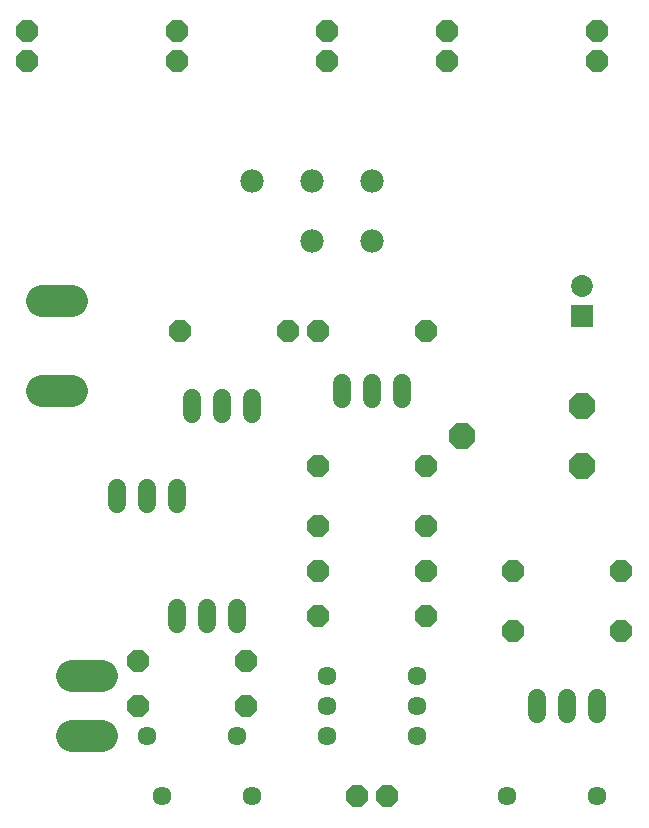
<source format=gbr>
G04 EAGLE Gerber RS-274X export*
G75*
%MOMM*%
%FSLAX34Y34*%
%LPD*%
%INSoldermask Top*%
%IPPOS*%
%AMOC8*
5,1,8,0,0,1.08239X$1,22.5*%
G01*
%ADD10R,1.854200X1.854200*%
%ADD11C,1.854200*%
%ADD12C,1.611200*%
%ADD13P,2.034460X8X112.500000*%
%ADD14P,2.034460X8X202.500000*%
%ADD15P,2.034460X8X22.500000*%
%ADD16C,1.524000*%
%ADD17C,2.743200*%
%ADD18P,2.364373X8X112.500000*%
%ADD19C,1.981200*%


D10*
X520700Y482600D03*
D11*
X520700Y508000D03*
D12*
X381000Y152400D03*
X304800Y152400D03*
X381000Y127000D03*
X304800Y127000D03*
X228600Y127000D03*
X152400Y127000D03*
X241300Y76200D03*
X165100Y76200D03*
X533400Y76200D03*
X457200Y76200D03*
X304800Y177800D03*
X381000Y177800D03*
D13*
X50800Y698500D03*
X50800Y723900D03*
X177800Y698500D03*
X177800Y723900D03*
X304800Y698500D03*
X304800Y723900D03*
X406400Y698500D03*
X406400Y723900D03*
X533400Y698500D03*
X533400Y723900D03*
D14*
X271780Y469900D03*
X180340Y469900D03*
D15*
X297180Y355600D03*
X388620Y355600D03*
D14*
X388620Y469900D03*
X297180Y469900D03*
X236220Y190500D03*
X144780Y190500D03*
X236220Y152400D03*
X144780Y152400D03*
X388620Y304800D03*
X297180Y304800D03*
X388620Y266700D03*
X297180Y266700D03*
D15*
X462280Y266700D03*
X553720Y266700D03*
X462280Y215900D03*
X553720Y215900D03*
X297180Y228600D03*
X388620Y228600D03*
D16*
X177800Y323596D02*
X177800Y336804D01*
X127000Y336804D02*
X127000Y323596D01*
X152400Y323596D02*
X152400Y336804D01*
X177800Y235204D02*
X177800Y221996D01*
X228600Y221996D02*
X228600Y235204D01*
X203200Y235204D02*
X203200Y221996D01*
X190500Y399796D02*
X190500Y413004D01*
X241300Y413004D02*
X241300Y399796D01*
X215900Y399796D02*
X215900Y413004D01*
D17*
X88900Y495300D02*
X63500Y495300D01*
X63500Y419100D02*
X88900Y419100D01*
X88900Y127000D02*
X114300Y127000D01*
X114300Y177800D02*
X88900Y177800D01*
D18*
X419100Y381000D03*
X520700Y355600D03*
X520700Y406400D03*
D16*
X342900Y412496D02*
X342900Y425704D01*
X368300Y425704D02*
X368300Y412496D01*
X317500Y412496D02*
X317500Y425704D01*
X508000Y159004D02*
X508000Y145796D01*
X533400Y145796D02*
X533400Y159004D01*
X482600Y159004D02*
X482600Y145796D01*
D19*
X342900Y546100D03*
X292100Y546100D03*
X241300Y596900D03*
X292100Y596900D03*
X342900Y596900D03*
D15*
X330200Y76200D03*
X355600Y76200D03*
M02*

</source>
